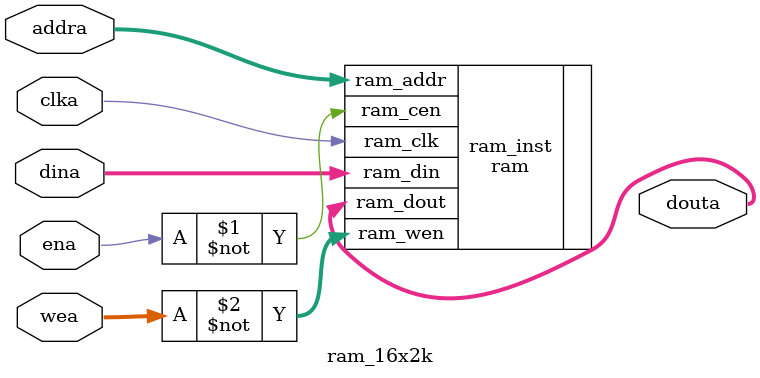
<source format=v>

module ram_16x2k(
  clka,
  ena,
  wea,
  addra,
  dina,
  douta
);

input clka;
input ena;
input [1 : 0] wea;
input [10 : 0] addra;
input [15 : 0] dina;
output [15 : 0] douta;

//============
// RAM
//============

ram #(.ADDR_MSB(10), .MEM_SIZE(4096)) ram_inst (

// OUTPUTs
    .ram_dout     ( douta),      // RAM data output

// INPUTs
    .ram_addr     ( addra),      // RAM address
    .ram_cen      (~ena),        // RAM chip enable (low active)
    .ram_clk      ( clka),       // RAM clock
    .ram_din      ( dina),       // RAM data input
    .ram_wen      (~wea)         // RAM write enable (low active)
);


endmodule // ram_16x512


</source>
